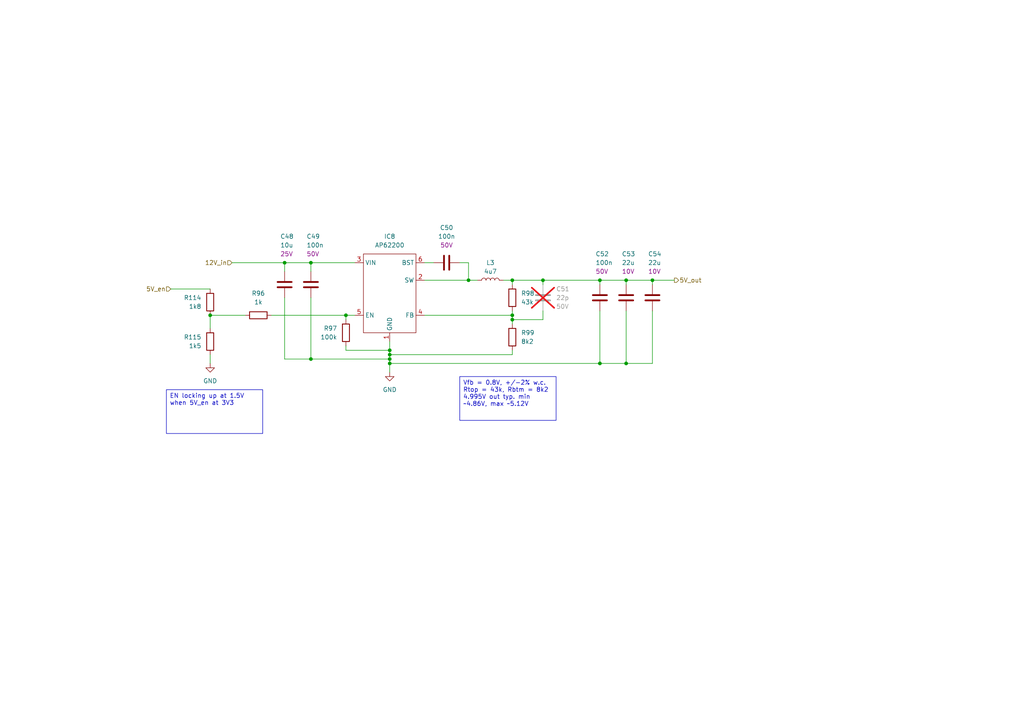
<source format=kicad_sch>
(kicad_sch (version 20250114) (generator "eeschema") (generator_version "9.0")
  (paper "A4")
  (title_block (title "VXDash RemoteECU") (date "2025-08-08") (rev "Proto A") (company "Alex Miller & Martin Roger") (comment 1 "https://github.com/martinroger/VXDash") (comment 2 "https://cadlab.io/projects/vxdash"))
  (lib_symbols
    (symbol "VXDash_passives:Cap_MLCC" (pin_numbers (hide yes)) (pin_names (offset 0.254))
      (property "Reference" "C" (at 2.54 2.54 0))
      (property "Value" "Cap_MLCC" (at 2.54 0 0))
      (property "Voltage" "50V" (at 2.54 -2.54 0))
      (symbol "Cap_MLCC_0_1"
        (polyline (pts (xy -2.032 0.762) (xy 2.032 0.762)) (stroke (width 0.508)))
        (polyline (pts (xy -2.032 -0.762) (xy 2.032 -0.762)) (stroke (width 0.508)))
      )
      (symbol "Cap_MLCC_1_1"
        (pin passive line (at 0 3.81 270) (length 2.794) (name "~") (number "1"))
        (pin passive line (at 0 -3.81 90) (length 2.794) (name "~") (number "2"))
      )
    )
    (symbol "VXDash_passives:Ind" (pin_numbers (hide yes)) (pin_names (offset 1.016) (hide yes))
      (property "Reference" "L" (at -2.54 5.08 0))
      (property "Value" "Ind" (at -2.54 2.54 0))
      (symbol "Ind_0_1"
        (arc (start -2.54 0) (mid -1.905 0.6323) (end -1.27 0))
        (arc (start -1.27 0) (mid -0.635 0.6323) (end 0 0))
        (arc (start 0 0) (mid 0.635 0.6323) (end 1.27 0))
        (arc (start 1.27 0) (mid 1.905 0.6323) (end 2.54 0))
      )
      (symbol "Ind_1_1"
        (pin passive line (at -3.81 0 0) (length 1.27) (name "1") (number "1"))
        (pin passive line (at 3.81 0 180) (length 1.27) (name "2") (number "2"))
      )
    )
    (symbol "VXDash_passives:Res" (pin_numbers (hide yes)) (pin_names (offset 0))
      (property "Reference" "R" (at 1.27 1.27 0))
      (property "Value" "Res" (at 1.27 -1.27 0))
      (symbol "Res_0_1"
        (rectangle (start -1.016 -2.54) (end 1.016 2.54) (stroke (width 0.254)))
      )
      (symbol "Res_1_1"
        (pin passive line (at 0 3.81 270) (length 1.27) (name "~") (number "1"))
        (pin passive line (at 0 -3.81 90) (length 1.27) (name "~") (number "2"))
      )
    )
    (symbol "VXDash_regulators:AP62200"
      (property "Reference" "IC" (at 0 3.81 0))
      (property "Value" "AP62200" (at 0 1.27 0))
      (symbol "AP62200_0_0"
        (pin power_in line (at -10.16 -2.54 0) (length 2.54) (name "VIN") (number "3"))
        (pin input line (at -10.16 -17.78 0) (length 2.54) (name "EN") (number "5"))
        (pin power_in line (at 0 -25.4 90) (length 2.54) (name "GND") (number "1"))
        (pin input line (at 10.16 -2.54 180) (length 2.54) (name "BST") (number "6"))
        (pin output line (at 10.16 -7.62 180) (length 2.54) (name "SW") (number "2"))
        (pin input line (at 10.16 -17.78 180) (length 2.54) (name "FB") (number "4"))
      )
      (symbol "AP62200_0_1"
        (rectangle (start -7.62 0) (end 7.62 -22.86))
      )
    )
    (symbol "power:GND" (power) (pin_numbers (hide yes)) (pin_names (offset 0) (hide yes))
      (property "Value" "GND" (at 0 -3.81 0))
      (symbol "GND_0_1"
        (polyline (pts (xy 0 0) (xy 0 -1.27) (xy 1.27 -1.27) (xy 0 -2.54) (xy -1.27 -1.27) (xy 0 -1.27)))
      )
      (symbol "GND_1_1"
        (pin power_in line (at 0 0 270) (length 0) (name "~") (number "1"))
      )
    )
  )
  (text_box "Vfb = 0.8V, +/-2% w.c.\nRtop = 43k, Rbtm = 8k2\n4.995V out typ. min ~4.86V, max ~5.12V" (at 133.35 109.22 0) (size 27.94 12.7) (margins 0.9525 0.9525 0.9525 0.9525) (effects (font (size 1.27 1.27)) (justify left top)))
  (text_box "EN locking up at 1.5V when 5V_en at 3V3" (at 48.26 113.03 0) (size 27.94 12.7) (margins 0.9525 0.9525 0.9525 0.9525) (effects (font (size 1.27 1.27)) (justify left top)))
  (junction (at 90.17 76.2))
  (junction (at 113.03 104.14))
  (junction (at 148.59 91.44))
  (junction (at 181.61 105.41))
  (junction (at 135.89 81.28))
  (junction (at 181.61 81.28))
  (junction (at 173.99 81.28))
  (junction (at 60.96 91.44))
  (junction (at 100.33 91.44))
  (junction (at 157.48 81.28))
  (junction (at 148.59 81.28))
  (junction (at 189.23 81.28))
  (junction (at 113.03 102.87))
  (junction (at 113.03 101.6))
  (junction (at 90.17 104.14))
  (junction (at 113.03 105.41))
  (junction (at 148.59 92.71))
  (junction (at 82.55 76.2))
  (junction (at 173.99 105.41))
  (wire (pts (xy 82.55 104.14) (xy 90.17 104.14)))
  (wire (pts (xy 135.89 76.2) (xy 133.35 76.2)))
  (wire (pts (xy 157.48 82.55) (xy 157.48 81.28)))
  (wire (pts (xy 113.03 102.87) (xy 113.03 104.14)))
  (wire (pts (xy 123.19 81.28) (xy 135.89 81.28)))
  (wire (pts (xy 148.59 92.71) (xy 148.59 93.98)))
  (wire (pts (xy 181.61 105.41) (xy 173.99 105.41)))
  (wire (pts (xy 90.17 76.2) (xy 102.87 76.2)))
  (wire (pts (xy 113.03 101.6) (xy 113.03 102.87)))
  (wire (pts (xy 173.99 90.17) (xy 173.99 105.41)))
  (wire (pts (xy 148.59 81.28) (xy 148.59 82.55)))
  (wire (pts (xy 78.74 91.44) (xy 100.33 91.44)))
  (wire (pts (xy 113.03 104.14) (xy 113.03 105.41)))
  (wire (pts (xy 100.33 101.6) (xy 113.03 101.6)))
  (wire (pts (xy 82.55 76.2) (xy 82.55 78.74)))
  (wire (pts (xy 90.17 76.2) (xy 90.17 78.74)))
  (wire (pts (xy 123.19 76.2) (xy 125.73 76.2)))
  (wire (pts (xy 90.17 86.36) (xy 90.17 104.14)))
  (wire (pts (xy 146.05 81.28) (xy 148.59 81.28)))
  (wire (pts (xy 148.59 102.87) (xy 113.03 102.87)))
  (wire (pts (xy 173.99 105.41) (xy 113.03 105.41)))
  (wire (pts (xy 67.31 76.2) (xy 82.55 76.2)))
  (wire (pts (xy 173.99 81.28) (xy 181.61 81.28)))
  (wire (pts (xy 135.89 81.28) (xy 138.43 81.28)))
  (wire (pts (xy 82.55 76.2) (xy 90.17 76.2)))
  (wire (pts (xy 148.59 91.44) (xy 148.59 92.71)))
  (wire (pts (xy 100.33 91.44) (xy 100.33 92.71)))
  (wire (pts (xy 90.17 104.14) (xy 113.03 104.14)))
  (wire (pts (xy 60.96 91.44) (xy 60.96 95.25)))
  (wire (pts (xy 181.61 81.28) (xy 189.23 81.28)))
  (wire (pts (xy 189.23 105.41) (xy 181.61 105.41)))
  (wire (pts (xy 100.33 100.33) (xy 100.33 101.6)))
  (wire (pts (xy 148.59 101.6) (xy 148.59 102.87)))
  (wire (pts (xy 148.59 81.28) (xy 157.48 81.28)))
  (wire (pts (xy 100.33 91.44) (xy 102.87 91.44)))
  (wire (pts (xy 113.03 105.41) (xy 113.03 107.95)))
  (wire (pts (xy 60.96 91.44) (xy 71.12 91.44)))
  (wire (pts (xy 60.96 102.87) (xy 60.96 105.41)))
  (wire (pts (xy 148.59 90.17) (xy 148.59 91.44)))
  (wire (pts (xy 189.23 81.28) (xy 195.58 81.28)))
  (wire (pts (xy 49.53 83.82) (xy 60.96 83.82)))
  (wire (pts (xy 181.61 81.28) (xy 181.61 82.55)))
  (wire (pts (xy 113.03 99.06) (xy 113.03 101.6)))
  (wire (pts (xy 82.55 86.36) (xy 82.55 104.14)))
  (wire (pts (xy 173.99 81.28) (xy 173.99 82.55)))
  (wire (pts (xy 189.23 90.17) (xy 189.23 105.41)))
  (wire (pts (xy 157.48 92.71) (xy 157.48 90.17)))
  (wire (pts (xy 157.48 81.28) (xy 173.99 81.28)))
  (wire (pts (xy 148.59 92.71) (xy 157.48 92.71)))
  (wire (pts (xy 181.61 90.17) (xy 181.61 105.41)))
  (wire (pts (xy 189.23 81.28) (xy 189.23 82.55)))
  (wire (pts (xy 148.59 91.44) (xy 123.19 91.44)))
  (wire (pts (xy 135.89 81.28) (xy 135.89 76.2)))
  (hierarchical_label "12V_in" (shape input) (at 67.31 76.2 180))
  (hierarchical_label "5V_out" (shape output) (at 195.58 81.28 0))
  (hierarchical_label "5V_en" (shape input) (at 49.53 83.82 180))
  (symbol (lib_id "power:GND") (at 113.03 107.95 0) (unit 1)
    (property "Reference" "#PWR061" (effects (hide yes)))
    (property "Value" "GND" (at 113.03 113.03 0))
    (property "Description" "Power symbol creates a global label with name \"GND\" , ground" (effects (hide yes)))
  )
  (symbol (lib_id "VXDash_passives:Cap_MLCC") (at 157.48 86.36 0) (unit 1) (dnp yes)
    (property "Reference" "C51" (at 161.29 83.8199 0) (effects (justify left)))
    (property "Value" "22p" (at 161.29 86.3599 0) (effects (justify left)))
    (property "Footprint" "Capacitor_SMD:C_0402_1005Metric_Pad0.74x0.62mm_HandSolder" (effects (hide yes)))
    (property "Voltage" "50V" (at 161.29 88.8999 0) (effects (justify left)))
    (property "Tol" "10%" (effects (hide yes)))
    (property "Dielectric" "C0G/NP0" (effects (hide yes)))
  )
  (symbol (lib_id "VXDash_passives:Cap_MLCC") (at 90.17 82.55 0) (mirror x) (unit 1)
    (property "Reference" "C49" (at 88.9 68.58 0) (effects (justify left)))
    (property "Value" "100n" (at 88.9 71.12 0) (effects (justify left)))
    (property "Dielectric" "X7R" (effects (hide yes)))
    (property "Tol" "10%" (effects (hide yes)))
    (property "Voltage" "50V" (at 88.9 73.66 0) (effects (justify left)))
  )
  (symbol (lib_id "VXDash_passives:Cap_MLCC") (at 189.23 86.36 0) (unit 1)
    (property "Reference" "C54" (at 187.96 73.66 0) (effects (justify left)))
    (property "Value" "22u" (at 187.96 76.2 0) (effects (justify left)))
    (property "Footprint" "Capacitor_SMD:C_1206_3216Metric_Pad1.33x1.80mm_HandSolder" (effects (hide yes)))
    (property "Voltage" "10V" (at 187.96 78.74 0) (effects (justify left)))
    (property "Tol" "20%" (effects (hide yes)))
    (property "Dielectric" "X7R" (effects (hide yes)))
  )
  (symbol (lib_id "power:GND") (at 60.96 105.41 0) (unit 1)
    (property "Reference" "#PWR068" (effects (hide yes)))
    (property "Value" "GND" (at 60.96 110.49 0))
    (property "Description" "Power symbol creates a global label with name \"GND\" , ground" (effects (hide yes)))
  )
  (symbol (lib_id "VXDash_passives:Cap_MLCC") (at 181.61 86.36 0) (unit 1)
    (property "Reference" "C53" (at 180.34 73.66 0) (effects (justify left)))
    (property "Value" "22u" (at 180.34 76.2 0) (effects (justify left)))
    (property "Footprint" "Capacitor_SMD:C_1206_3216Metric_Pad1.33x1.80mm_HandSolder" (effects (hide yes)))
    (property "Voltage" "10V" (at 180.34 78.74 0) (effects (justify left)))
    (property "Tol" "20%" (effects (hide yes)))
    (property "Dielectric" "X7R" (effects (hide yes)))
  )
  (symbol (lib_id "VXDash_regulators:AP62200") (at 113.03 73.66 0) (unit 1)
    (property "Reference" "IC8" (at 113.03 68.58 0))
    (property "Value" "AP62200" (at 113.03 71.12 0))
    (property "Footprint" "Package_TO_SOT_SMD:TSOT-23-6_HandSoldering" (effects (hide yes)))
    (property "Datasheet" "https://www.diodes.com/assets/Datasheets/AP62200_AP62201_AP62200T.pdf" (effects (hide yes)))
    (property "Description" "4.2V to 18V input, 2A low Iq Sync" (effects (hide yes)))
    (property "MFT" "Diodes Inc" (effects (hide yes)))
    (property "MFT_PN" "AP62200WU-7" (effects (hide yes)))
  )
  (symbol (lib_id "VXDash_passives:Res") (at 74.93 91.44 90) (mirror x) (unit 1)
    (property "Reference" "R96" (at 74.93 85.09 90))
    (property "Value" "1k" (at 74.93 87.63 90))
    (property "Footprint" "Resistor_SMD:R_0603_1608Metric_Pad0.98x0.95mm_HandSolder" (effects (hide yes)))
    (property "Tol" "1%" (effects (hide yes)))
    (property "Power" "100mW" (effects (hide yes)))
  )
  (symbol (lib_id "VXDash_passives:Res") (at 60.96 99.06 0) (mirror x) (unit 1)
    (property "Reference" "R115" (at 58.42 97.7899 0) (effects (justify right)))
    (property "Value" "1k5" (at 58.42 100.3299 0) (effects (justify right)))
    (property "Footprint" "Resistor_SMD:R_0603_1608Metric_Pad0.98x0.95mm_HandSolder" (effects (hide yes)))
    (property "Tol" "1%" (effects (hide yes)))
    (property "Power" "100mW" (effects (hide yes)))
  )
  (symbol (lib_id "VXDash_passives:Ind") (at 142.24 81.28 0) (unit 1)
    (property "Reference" "L3" (at 142.24 76.2 0))
    (property "Value" "4u7" (at 142.24 78.74 0))
    (property "Footprint" "VXDash_inductors:Ind_5050" (effects (hide yes)))
    (property "Datasheet" "https://www.mouser.co.uk/datasheet/2/447/datasheet_bwvs_1722185903-3105860.pdf" (effects (hide yes)))
    (property "MFT" "Pulse Electronics" (effects (hide yes)))
    (property "MFT_PN" "BWVS005050404R7M00" (effects (hide yes)))
    (property "Irated" "3.2A" (effects (hide yes)))
    (property "Isat" "4.2A" (effects (hide yes)))
    (property "DCR" "32mOhm" (effects (hide yes)))
    (property "Tol" "20%" (effects (hide yes)))
  )
  (symbol (lib_id "VXDash_passives:Cap_MLCC") (at 129.54 76.2 270) (mirror x) (unit 1)
    (property "Reference" "C50" (at 129.54 66.04 90))
    (property "Value" "100n" (at 129.54 68.58 90))
    (property "Dielectric" "X7R" (effects (hide yes)))
    (property "Tol" "10%" (effects (hide yes)))
    (property "Voltage" "50V" (at 129.54 71.12 90))
  )
  (symbol (lib_id "VXDash_passives:Cap_MLCC") (at 173.99 86.36 0) (mirror x) (unit 1)
    (property "Reference" "C52" (at 172.72 73.66 0) (effects (justify left)))
    (property "Value" "100n" (at 172.72 76.2 0) (effects (justify left)))
    (property "Dielectric" "X7R" (effects (hide yes)))
    (property "Tol" "10%" (effects (hide yes)))
    (property "Voltage" "50V" (at 172.72 78.74 0) (effects (justify left)))
  )
  (symbol (lib_id "VXDash_passives:Res") (at 60.96 87.63 0) (mirror x) (unit 1)
    (property "Reference" "R114" (at 58.42 86.3599 0) (effects (justify right)))
    (property "Value" "1k8" (at 58.42 88.8999 0) (effects (justify right)))
    (property "Footprint" "Resistor_SMD:R_0603_1608Metric_Pad0.98x0.95mm_HandSolder" (effects (hide yes)))
    (property "Tol" "1%" (effects (hide yes)))
    (property "Power" "100mW" (effects (hide yes)))
  )
  (symbol (lib_id "VXDash_passives:Res") (at 148.59 97.79 0) (unit 1)
    (property "Reference" "R99" (at 151.13 96.5199 0) (effects (justify left)))
    (property "Value" "8k2" (at 151.13 99.0599 0) (effects (justify left)))
    (property "Footprint" "Resistor_SMD:R_0603_1608Metric_Pad0.98x0.95mm_HandSolder" (effects (hide yes)))
    (property "Tol" "1%" (effects (hide yes)))
    (property "Power" "100mW" (effects (hide yes)))
  )
  (symbol (lib_id "VXDash_passives:Cap_MLCC") (at 82.55 82.55 0) (mirror x) (unit 1)
    (property "Reference" "C48" (at 81.28 68.58 0) (effects (justify left)))
    (property "Value" "10u" (at 81.28 71.12 0) (effects (justify left)))
    (property "Footprint" "Capacitor_SMD:C_1206_3216Metric_Pad1.33x1.80mm_HandSolder" (effects (hide yes)))
    (property "Dielectric" "X7R" (effects (hide yes)))
    (property "Tol" "10%" (effects (hide yes)))
    (property "Voltage" "25V" (at 81.28 73.66 0) (effects (justify left)))
  )
  (symbol (lib_id "VXDash_passives:Res") (at 100.33 96.52 0) (mirror y) (unit 1)
    (property "Reference" "R97" (at 97.79 95.2499 0) (effects (justify left)))
    (property "Value" "100k" (at 97.79 97.7899 0) (effects (justify left)))
    (property "Footprint" "Resistor_SMD:R_0603_1608Metric_Pad0.98x0.95mm_HandSolder" (effects (hide yes)))
    (property "Tol" "1%" (effects (hide yes)))
    (property "Power" "100mW" (effects (hide yes)))
  )
  (symbol (lib_id "VXDash_passives:Res") (at 148.59 86.36 0) (unit 1)
    (property "Reference" "R98" (at 151.13 85.0899 0) (effects (justify left)))
    (property "Value" "43k" (at 151.13 87.6299 0) (effects (justify left)))
    (property "Footprint" "Resistor_SMD:R_0603_1608Metric_Pad0.98x0.95mm_HandSolder" (effects (hide yes)))
    (property "Tol" "1%" (effects (hide yes)))
    (property "Power" "100mW" (effects (hide yes)))
  )
)
</source>
